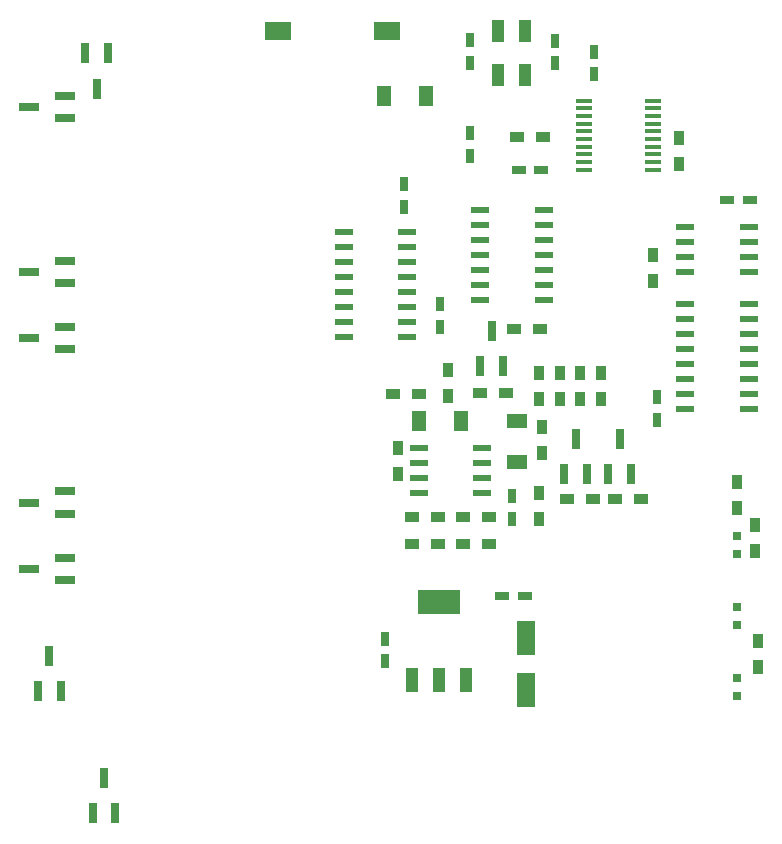
<source format=gbr>
From c3ca4f95bd59f69d45e582a4149327f57a360760 Mon Sep 17 00:00:00 2001
From: jaseg <git@jaseg.de>
Date: Sun, 30 Jan 2022 20:11:38 +0100
Subject: Rename gerbonara/gerber package to just gerbonara

---
 .../resources/kicad-older/chibi_2024-F.Paste.gbr   | 276 +++++++++++++++++++++
 1 file changed, 276 insertions(+)
 create mode 100644 gerbonara/tests/resources/kicad-older/chibi_2024-F.Paste.gbr

(limited to 'gerbonara/tests/resources/kicad-older/chibi_2024-F.Paste.gbr')

diff --git a/gerbonara/tests/resources/kicad-older/chibi_2024-F.Paste.gbr b/gerbonara/tests/resources/kicad-older/chibi_2024-F.Paste.gbr
new file mode 100644
index 0000000..740a6cc
--- /dev/null
+++ b/gerbonara/tests/resources/kicad-older/chibi_2024-F.Paste.gbr
@@ -0,0 +1,276 @@
+G04 #@! TF.FileFunction,Paste,Top*
+%FSLAX46Y46*%
+G04 Gerber Fmt 4.6, Leading zero omitted, Abs format (unit mm)*
+G04 Created by KiCad (PCBNEW 4.0.6) date Mon Sep 18 11:29:53 2017*
+%MOMM*%
+%LPD*%
+G01*
+G04 APERTURE LIST*
+%ADD10C,0.100000*%
+%ADD11R,0.900000X1.200000*%
+%ADD12R,3.657600X2.032000*%
+%ADD13R,1.016000X2.032000*%
+%ADD14R,1.450000X0.450000*%
+%ADD15R,1.550000X0.600000*%
+%ADD16R,1.200000X0.750000*%
+%ADD17R,1.600200X2.999740*%
+%ADD18R,1.300480X1.699260*%
+%ADD19R,1.699260X1.300480*%
+%ADD20R,0.750000X1.200000*%
+%ADD21R,0.797560X0.797560*%
+%ADD22R,1.800860X0.800100*%
+%ADD23R,0.800100X1.800860*%
+%ADD24R,1.200000X0.900000*%
+%ADD25R,1.500000X0.600000*%
+%ADD26R,2.180000X1.600000*%
+%ADD27R,1.099820X1.899920*%
+G04 APERTURE END LIST*
+D10*
+D11*
+X99750000Y-82650000D03*
+X99750000Y-80450000D03*
+D12*
+X87800000Y-99798000D03*
+D13*
+X87800000Y-106402000D03*
+X90086000Y-106402000D03*
+X85514000Y-106402000D03*
+D14*
+X100050000Y-57375000D03*
+X100050000Y-58025000D03*
+X100050000Y-58675000D03*
+X100050000Y-59325000D03*
+X100050000Y-59975000D03*
+X100050000Y-60625000D03*
+X100050000Y-61275000D03*
+X100050000Y-61925000D03*
+X100050000Y-62575000D03*
+X100050000Y-63225000D03*
+X105950000Y-63225000D03*
+X105950000Y-62575000D03*
+X105950000Y-61925000D03*
+X105950000Y-61275000D03*
+X105950000Y-60625000D03*
+X105950000Y-59975000D03*
+X105950000Y-59325000D03*
+X105950000Y-58675000D03*
+X105950000Y-58025000D03*
+X105950000Y-57375000D03*
+D15*
+X108600000Y-68095000D03*
+X108600000Y-69365000D03*
+X108600000Y-70635000D03*
+X108600000Y-71905000D03*
+X114000000Y-71905000D03*
+X114000000Y-70635000D03*
+X114000000Y-69365000D03*
+X114000000Y-68095000D03*
+D16*
+X94554000Y-63246000D03*
+X96454000Y-63246000D03*
+D17*
+X95150000Y-102850360D03*
+X95150000Y-107249640D03*
+D11*
+X114800000Y-103150000D03*
+X114800000Y-105350000D03*
+D18*
+X83149940Y-57000000D03*
+X86650060Y-57000000D03*
+D19*
+X94361000Y-87983060D03*
+X94361000Y-84482940D03*
+D18*
+X86133940Y-84455000D03*
+X89634060Y-84455000D03*
+D20*
+X83185000Y-104836000D03*
+X83185000Y-102936000D03*
+D16*
+X112200000Y-65825000D03*
+X114100000Y-65825000D03*
+D20*
+X106225000Y-84400000D03*
+X106225000Y-82500000D03*
+X84800000Y-64450000D03*
+X84800000Y-66350000D03*
+X87884000Y-74615000D03*
+X87884000Y-76515000D03*
+D16*
+X93150000Y-99350000D03*
+X95050000Y-99350000D03*
+D20*
+X90400000Y-60150000D03*
+X90400000Y-62050000D03*
+X97600000Y-52325000D03*
+X97600000Y-54225000D03*
+X90375000Y-54150000D03*
+X90375000Y-52250000D03*
+X93980000Y-90871000D03*
+X93980000Y-92771000D03*
+D21*
+X113000000Y-107749300D03*
+X113000000Y-106250700D03*
+X113000000Y-94250700D03*
+X113000000Y-95749300D03*
+X113000000Y-100250700D03*
+X113000000Y-101749300D03*
+D22*
+X56111140Y-78420000D03*
+X56111140Y-76520000D03*
+X53108860Y-77470000D03*
+X56101140Y-92350000D03*
+X56101140Y-90450000D03*
+X53098860Y-91400000D03*
+D23*
+X58486000Y-117706140D03*
+X60386000Y-117706140D03*
+X59436000Y-114703860D03*
+D22*
+X56111140Y-72832000D03*
+X56111140Y-70932000D03*
+X53108860Y-71882000D03*
+D23*
+X53850000Y-107373140D03*
+X55750000Y-107373140D03*
+X54800000Y-104370860D03*
+X59751000Y-53362860D03*
+X57851000Y-53362860D03*
+X58801000Y-56365140D03*
+D22*
+X56111140Y-97978000D03*
+X56111140Y-96078000D03*
+X53108860Y-97028000D03*
+X56111140Y-58862000D03*
+X56111140Y-56962000D03*
+X53108860Y-57912000D03*
+D11*
+X88550000Y-80175000D03*
+X88550000Y-82375000D03*
+D24*
+X96604000Y-60452000D03*
+X94404000Y-60452000D03*
+D11*
+X105918000Y-70401000D03*
+X105918000Y-72601000D03*
+X108075000Y-62725000D03*
+X108075000Y-60525000D03*
+D24*
+X91225000Y-82100000D03*
+X93425000Y-82100000D03*
+D11*
+X96520000Y-87206000D03*
+X96520000Y-85006000D03*
+X84328000Y-88984000D03*
+X84328000Y-86784000D03*
+X113000000Y-89650000D03*
+X113000000Y-91850000D03*
+X114550000Y-93325000D03*
+X114550000Y-95525000D03*
+X96250000Y-82600000D03*
+X96250000Y-80400000D03*
+X98000000Y-82650000D03*
+X98000000Y-80450000D03*
+X101500000Y-82650000D03*
+X101500000Y-80450000D03*
+D25*
+X114000000Y-83445000D03*
+X114000000Y-82175000D03*
+X114000000Y-80905000D03*
+X114000000Y-79635000D03*
+X114000000Y-78365000D03*
+X114000000Y-77095000D03*
+X114000000Y-75825000D03*
+X114000000Y-74555000D03*
+X108600000Y-74555000D03*
+X108600000Y-75825000D03*
+X108600000Y-77095000D03*
+X108600000Y-78365000D03*
+X108600000Y-79635000D03*
+X108600000Y-80905000D03*
+X108600000Y-82175000D03*
+X108600000Y-83445000D03*
+D15*
+X86073000Y-86741000D03*
+X86073000Y-88011000D03*
+X86073000Y-89281000D03*
+X86073000Y-90551000D03*
+X91473000Y-90551000D03*
+X91473000Y-89281000D03*
+X91473000Y-88011000D03*
+X91473000Y-86741000D03*
+D25*
+X79723000Y-68453000D03*
+X79723000Y-69723000D03*
+X79723000Y-70993000D03*
+X79723000Y-72263000D03*
+X79723000Y-73533000D03*
+X79723000Y-74803000D03*
+X79723000Y-76073000D03*
+X79723000Y-77343000D03*
+X85123000Y-77343000D03*
+X85123000Y-76073000D03*
+X85123000Y-74803000D03*
+X85123000Y-73533000D03*
+X85123000Y-72263000D03*
+X85123000Y-70993000D03*
+X85123000Y-69723000D03*
+X85123000Y-68453000D03*
+D11*
+X96266000Y-92794000D03*
+X96266000Y-90594000D03*
+D24*
+X89832000Y-94932500D03*
+X92032000Y-94932500D03*
+X92032000Y-92646500D03*
+X89832000Y-92646500D03*
+X87714000Y-94932500D03*
+X85514000Y-94932500D03*
+X85514000Y-92646500D03*
+X87714000Y-92646500D03*
+X86100000Y-82225000D03*
+X83900000Y-82225000D03*
+X98600000Y-91075000D03*
+X100800000Y-91075000D03*
+X102675000Y-91075000D03*
+X104875000Y-91075000D03*
+D26*
+X83367830Y-51475420D03*
+X74162970Y-51470780D03*
+D24*
+X94150000Y-76675000D03*
+X96350000Y-76675000D03*
+D23*
+X91300000Y-79851140D03*
+X93200000Y-79851140D03*
+X92250000Y-76848860D03*
+X98400000Y-89001140D03*
+X100300000Y-89001140D03*
+X99350000Y-85998860D03*
+X102125000Y-89001140D03*
+X104025000Y-89001140D03*
+X103075000Y-85998860D03*
+D25*
+X96650000Y-74210000D03*
+X96650000Y-72940000D03*
+X96650000Y-71670000D03*
+X96650000Y-70400000D03*
+X96650000Y-69130000D03*
+X96650000Y-67860000D03*
+X96650000Y-66590000D03*
+X91250000Y-66590000D03*
+X91250000Y-67860000D03*
+X91250000Y-69130000D03*
+X91250000Y-70400000D03*
+X91250000Y-71670000D03*
+X91250000Y-72940000D03*
+X91250000Y-74210000D03*
+D27*
+X95098080Y-55199120D03*
+X92801920Y-51500880D03*
+X92801920Y-55199120D03*
+X95098080Y-51500880D03*
+D20*
+X100900000Y-53250000D03*
+X100900000Y-55150000D03*
+M02*
-- 
cgit 


</source>
